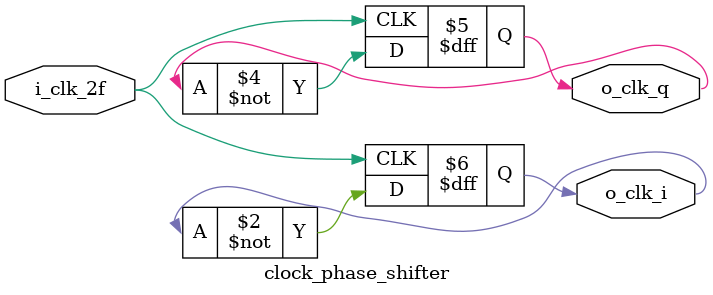
<source format=v>
`default_nettype none
`timescale 1 ns / 100 ps

module clock_phase_shifter(
    i_clk_2f,
    o_clk_i,
    o_clk_q
);

input wire i_clk_2f;
output reg o_clk_i, o_clk_q;

always @(posedge i_clk_2f) begin
    o_clk_i <= ~o_clk_i;
end

always @(negedge i_clk_2f) begin
    o_clk_q <= ~o_clk_q;
end

endmodule
</source>
